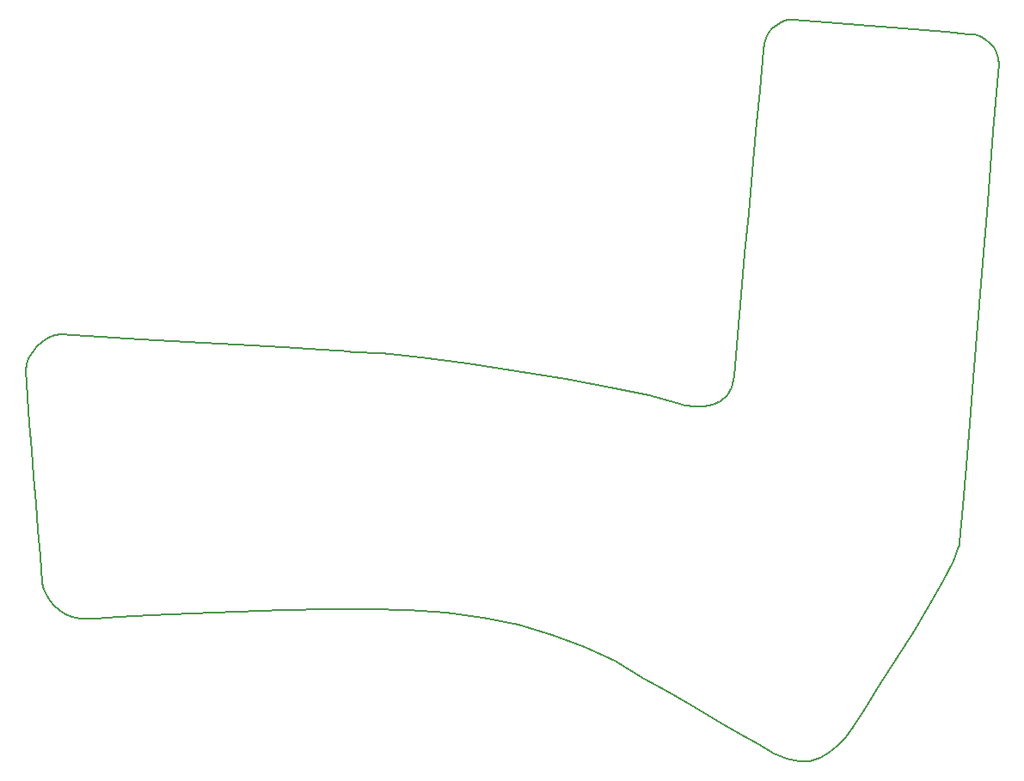
<source format=gbr>
G04 #@! TF.GenerationSoftware,KiCad,Pcbnew,(5.1.5)-2*
G04 #@! TF.CreationDate,2020-04-17T01:02:58-04:00*
G04 #@! TF.ProjectId,va4,7661342e-6b69-4636-9164-5f7063625858,rev?*
G04 #@! TF.SameCoordinates,Original*
G04 #@! TF.FileFunction,Profile,NP*
%FSLAX46Y46*%
G04 Gerber Fmt 4.6, Leading zero omitted, Abs format (unit mm)*
G04 Created by KiCad (PCBNEW (5.1.5)-2) date 2020-04-17 01:02:58*
%MOMM*%
%LPD*%
G04 APERTURE LIST*
%ADD10C,0.200000*%
G04 APERTURE END LIST*
D10*
X129085193Y-88319512D02*
X130647682Y-85730517D01*
X133918783Y-76007850D02*
X134419029Y-69967629D01*
X50704276Y-86896414D02*
X53954156Y-86720315D01*
X137463110Y-32455450D02*
X137463110Y-32455450D01*
X137318334Y-34271042D02*
X137463110Y-32455450D01*
X133616642Y-79540764D02*
X133918783Y-76007850D01*
X112090620Y-98475461D02*
X113754894Y-99435507D01*
X93469154Y-88630261D02*
X96656659Y-89815314D01*
X90134671Y-87687714D02*
X93469154Y-88630261D01*
X133567532Y-79868755D02*
X133577450Y-79822322D01*
X131991381Y-83366472D02*
X132999784Y-81377869D01*
X44456555Y-85760216D02*
X44984090Y-86230320D01*
X44984090Y-86230320D02*
X45585685Y-86625162D01*
X86660261Y-86978960D02*
X90134671Y-87687714D01*
X110359377Y-97476767D02*
X112090620Y-98475461D01*
X134419029Y-69967629D02*
X135043851Y-62337648D01*
X103829795Y-93692206D02*
X105296372Y-94547145D01*
X130647682Y-85730517D02*
X131991381Y-83366472D01*
X136930491Y-39084604D02*
X137318334Y-34271042D01*
X133606789Y-79635562D02*
X133612034Y-79588329D01*
X124250056Y-95931286D02*
X125769873Y-93570388D01*
X57967603Y-86525969D02*
X62435163Y-86343485D01*
X44013259Y-85243321D02*
X44456555Y-85760216D01*
X115298942Y-100327072D02*
X116568658Y-100893688D01*
X62435163Y-86343485D02*
X67047385Y-86202976D01*
X136373111Y-45978589D02*
X136930491Y-39084604D01*
X133612034Y-79588329D02*
X133616642Y-79540764D01*
X118848039Y-101074937D02*
X119855473Y-100772729D01*
X79319874Y-86227977D02*
X83052978Y-86495285D01*
X133556382Y-79915201D02*
X133567532Y-79868755D01*
X116568658Y-100893688D02*
X117752062Y-101129117D01*
X135719722Y-54035453D02*
X136373111Y-45978589D01*
X46251160Y-86916274D02*
X46970335Y-87075186D01*
X53954156Y-86720315D02*
X57967603Y-86525969D01*
X47733029Y-87073426D02*
X48527416Y-87024155D01*
X135043851Y-62337648D02*
X135719722Y-54035453D01*
X133600807Y-79682520D02*
X133606789Y-79635562D01*
X133593989Y-79729262D02*
X133600807Y-79682520D01*
X133586237Y-79775843D02*
X133593989Y-79729262D01*
X133577450Y-79822322D02*
X133586237Y-79775843D01*
X132999784Y-81377869D02*
X133556382Y-79915201D01*
X96656659Y-89815314D02*
X99690132Y-91251587D01*
X105296372Y-94547145D02*
X106908998Y-95482774D01*
X46970335Y-87075186D02*
X47733029Y-87073426D01*
X99690132Y-91251587D02*
X102562523Y-92947792D01*
X67047385Y-86202976D02*
X71494815Y-86134551D01*
X120773250Y-100264069D02*
X121600253Y-99590537D01*
X113754894Y-99435507D02*
X115298942Y-100327072D01*
X102562523Y-92947792D02*
X103829795Y-93692206D01*
X127420421Y-90982967D02*
X129085193Y-88319512D01*
X122335367Y-98793710D02*
X122977477Y-97915168D01*
X75468000Y-86168321D02*
X79319874Y-86227977D01*
X122977477Y-97915168D02*
X124250056Y-95931286D01*
X71494815Y-86134551D02*
X75468000Y-86168321D01*
X119855473Y-100772729D02*
X120773250Y-100264069D01*
X106908998Y-95482774D02*
X108614418Y-96469260D01*
X45585685Y-86625162D02*
X46251160Y-86916274D01*
X83052978Y-86495285D02*
X86660261Y-86978960D01*
X48527416Y-87024155D02*
X50704276Y-86896414D01*
X117752062Y-101129117D02*
X118848039Y-101074937D01*
X125769873Y-93570388D02*
X127420421Y-90982967D01*
X121600253Y-99590537D02*
X122335367Y-98793710D01*
X108614418Y-96469260D02*
X110359377Y-97476767D01*
X114287150Y-31006120D02*
X113923363Y-35027437D01*
X108421818Y-66155445D02*
X107500239Y-66157639D01*
X117287160Y-28006131D02*
X116684521Y-28067361D01*
X134463116Y-29455461D02*
X132316122Y-29274295D01*
X111740644Y-59155340D02*
X111376858Y-63176658D01*
X121581149Y-28368463D02*
X119434155Y-28187297D01*
X135627956Y-29692179D02*
X135065751Y-29516691D01*
X112104431Y-55134023D02*
X111740644Y-59155340D01*
X112832004Y-47091389D02*
X112468217Y-51112706D01*
X137226391Y-31290611D02*
X136948950Y-30781140D01*
X113195790Y-43070072D02*
X112832004Y-47091389D01*
X116684521Y-28067361D02*
X116122312Y-28242850D01*
X115168402Y-28887381D02*
X114801311Y-29331813D01*
X119434155Y-28187297D02*
X117287160Y-28006131D01*
X125875138Y-28730796D02*
X123728144Y-28549630D01*
X94792152Y-63455699D02*
X89982180Y-62649018D01*
X135065751Y-29516691D02*
X134463116Y-29455461D01*
X99242822Y-64286138D02*
X94792152Y-63455699D01*
X114523869Y-29841284D02*
X114348380Y-30403488D01*
X110729576Y-65075056D02*
X110087527Y-65642484D01*
X103001335Y-65084537D02*
X99242822Y-64286138D01*
X105734835Y-65795098D02*
X103001335Y-65084537D01*
X106587564Y-66028080D02*
X105734835Y-65795098D01*
X111376858Y-63176658D02*
X111176366Y-64262557D01*
X107500239Y-66157639D02*
X106587564Y-66028080D01*
X109301261Y-65993170D02*
X108421818Y-66155445D01*
X110087527Y-65642484D02*
X109301261Y-65993170D01*
X114801311Y-29331813D02*
X114523869Y-29841284D01*
X123728144Y-28549630D02*
X121581149Y-28368463D01*
X136581861Y-30336708D02*
X136137428Y-29969619D01*
X112468217Y-51112706D02*
X112104431Y-55134023D01*
X113559577Y-39048754D02*
X113195790Y-43070072D01*
X114348380Y-30403488D02*
X114287150Y-31006120D01*
X113923363Y-35027437D02*
X113559577Y-39048754D01*
X130169127Y-29093128D02*
X128022133Y-28911962D01*
X115612837Y-28520291D02*
X115168402Y-28887381D01*
X136137428Y-29969619D02*
X135627956Y-29692179D01*
X116122312Y-28242850D02*
X115612837Y-28520291D01*
X137463110Y-32455450D02*
X137401879Y-31852816D01*
X132316122Y-29274295D02*
X130169127Y-29093128D01*
X136948950Y-30781140D02*
X136581861Y-30336708D01*
X137401879Y-31852816D02*
X137226391Y-31290611D01*
X128022133Y-28911962D02*
X125875138Y-28730796D01*
X111176366Y-64262557D02*
X110729576Y-65075056D01*
X73806389Y-60775828D02*
X73784064Y-60775631D01*
X73740468Y-60774702D02*
X73718938Y-60773952D01*
X76725011Y-60929499D02*
X73806389Y-60775828D01*
X89982180Y-62649018D02*
X85145762Y-61921892D01*
X80615754Y-61330120D02*
X76725011Y-60929499D01*
X43664383Y-84708105D02*
X44013259Y-85243321D01*
X41931339Y-61415023D02*
X41698525Y-62030370D01*
X46275809Y-59130530D02*
X45114502Y-59067918D01*
X67003491Y-60332138D02*
X62408851Y-60055240D01*
X43420107Y-84183037D02*
X43664383Y-84708105D01*
X43392954Y-84104243D02*
X43420107Y-84183037D01*
X85145762Y-61921892D02*
X80615754Y-61330120D01*
X43369199Y-84024512D02*
X43392954Y-84104243D01*
X43348637Y-83943950D02*
X43369199Y-84024512D01*
X73631622Y-60768817D02*
X70898452Y-60578187D01*
X43316274Y-83780772D02*
X43331064Y-83862668D01*
X44492734Y-59156811D02*
X43875087Y-59404534D01*
X43286557Y-83532487D02*
X43294225Y-83615573D01*
X43077678Y-80920168D02*
X43286557Y-83532487D01*
X73697418Y-60772997D02*
X73675777Y-60771830D01*
X42868799Y-78307850D02*
X43077678Y-80920168D01*
X41698525Y-62030370D02*
X41615524Y-62633937D01*
X73675777Y-60771830D02*
X73653888Y-60770440D01*
X45114502Y-59067918D02*
X44492734Y-59156811D01*
X41824403Y-65246256D02*
X42033282Y-67858575D01*
X42289685Y-60816331D02*
X41931339Y-61415023D01*
X57576649Y-59772061D02*
X52968998Y-59507171D01*
X42659920Y-75695531D02*
X42868799Y-78307850D01*
X43331064Y-83862668D02*
X43348637Y-83943950D01*
X43304063Y-83698371D02*
X43316274Y-83780772D01*
X43294225Y-83615573D02*
X43304063Y-83698371D01*
X42451040Y-73083212D02*
X42659920Y-75695531D01*
X41615524Y-62633937D02*
X41824403Y-65246256D01*
X42242161Y-70470893D02*
X42451040Y-73083212D01*
X42033282Y-67858575D02*
X42242161Y-70470893D01*
X43285841Y-59782651D02*
X42749280Y-60262729D01*
X62408851Y-60055240D02*
X57576649Y-59772061D01*
X43875087Y-59404534D02*
X43285841Y-59782651D01*
X73653888Y-60770440D02*
X73631622Y-60768817D01*
X73718938Y-60773952D02*
X73697418Y-60772997D01*
X73762133Y-60775259D02*
X73740468Y-60774702D01*
X70898452Y-60578187D02*
X67003491Y-60332138D01*
X42749280Y-60262729D02*
X42289685Y-60816331D01*
X73784064Y-60775631D02*
X73762133Y-60775259D01*
X49048013Y-59285138D02*
X46275809Y-59130530D01*
X52968998Y-59507171D02*
X49048013Y-59285138D01*
M02*

</source>
